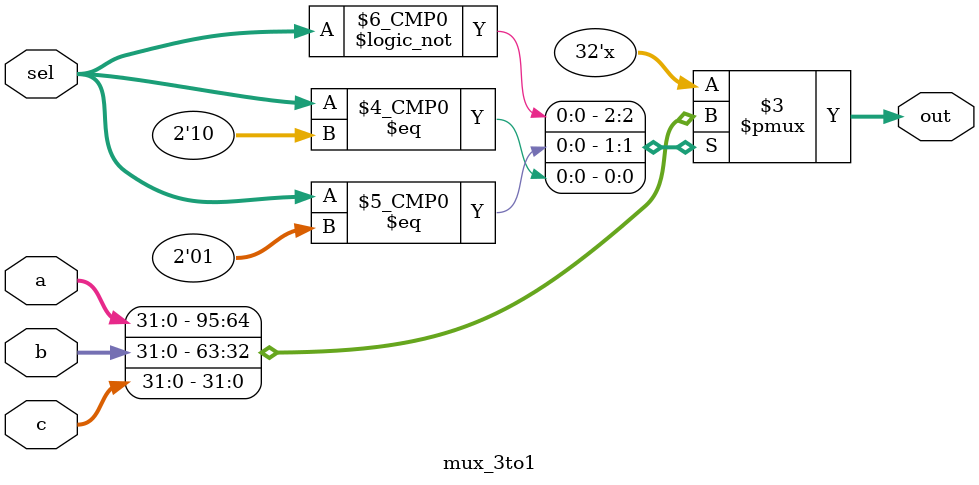
<source format=v>
module mux_3to1 #(
    parameter WORD_SIZE = 32
)(
    input  wire [1:0]           sel,
    input  wire [WORD_SIZE-1:0] a,
    input  wire [WORD_SIZE-1:0] b,
    input  wire [WORD_SIZE-1:0] c,
    output reg [WORD_SIZE-1:0] out
);

    always @(*) begin
        case (sel)
            2'b00:   out = a;
            2'b01:   out = b;
            2'b10:   out = c;
            default: out = {WORD_SIZE{1'bx}};
        endcase
    end

endmodule

</source>
